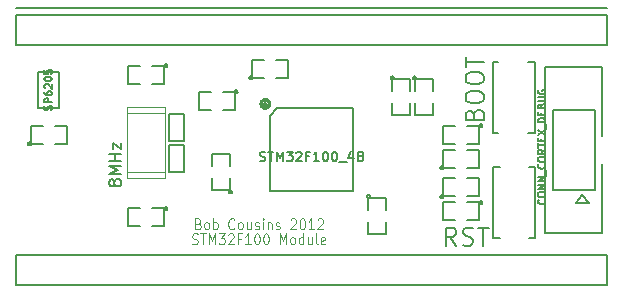
<source format=gto>
G04 (created by PCBNEW-RS274X (2012-01-19 BZR 3256)-stable) date 24/08/2012 17:37:12*
G01*
G70*
G90*
%MOIN*%
G04 Gerber Fmt 3.4, Leading zero omitted, Abs format*
%FSLAX34Y34*%
G04 APERTURE LIST*
%ADD10C,0.006000*%
%ADD11C,0.008000*%
%ADD12C,0.003900*%
%ADD13C,0.002000*%
%ADD14C,0.005000*%
G04 APERTURE END LIST*
G54D10*
G54D11*
X00000Y09213D02*
X19686Y09213D01*
X00000Y09000D02*
X00000Y08000D01*
X19686Y09000D02*
X00001Y09000D01*
X19686Y08000D02*
X19686Y09000D01*
X00000Y08000D02*
X19686Y08000D01*
X19686Y00000D02*
X00000Y00000D01*
X19686Y01000D02*
X19686Y00000D01*
X00001Y01000D02*
X19686Y01000D01*
X00000Y00000D02*
X00000Y01000D01*
G54D12*
X06076Y02042D02*
X06121Y02025D01*
X06136Y02008D01*
X06151Y01975D01*
X06151Y01924D01*
X06136Y01890D01*
X06121Y01874D01*
X06091Y01857D01*
X05971Y01857D01*
X05971Y02211D01*
X06076Y02211D01*
X06106Y02194D01*
X06121Y02177D01*
X06136Y02143D01*
X06136Y02110D01*
X06121Y02076D01*
X06106Y02059D01*
X06076Y02042D01*
X05971Y02042D01*
X06331Y01857D02*
X06301Y01874D01*
X06286Y01890D01*
X06271Y01924D01*
X06271Y02025D01*
X06286Y02059D01*
X06301Y02076D01*
X06331Y02093D01*
X06376Y02093D01*
X06406Y02076D01*
X06421Y02059D01*
X06436Y02025D01*
X06436Y01924D01*
X06421Y01890D01*
X06406Y01874D01*
X06376Y01857D01*
X06331Y01857D01*
X06571Y01857D02*
X06571Y02211D01*
X06571Y02076D02*
X06601Y02093D01*
X06661Y02093D01*
X06691Y02076D01*
X06706Y02059D01*
X06721Y02025D01*
X06721Y01924D01*
X06706Y01890D01*
X06691Y01874D01*
X06661Y01857D01*
X06601Y01857D01*
X06571Y01874D01*
X07276Y01890D02*
X07261Y01874D01*
X07216Y01857D01*
X07186Y01857D01*
X07141Y01874D01*
X07111Y01907D01*
X07096Y01941D01*
X07081Y02008D01*
X07081Y02059D01*
X07096Y02126D01*
X07111Y02160D01*
X07141Y02194D01*
X07186Y02211D01*
X07216Y02211D01*
X07261Y02194D01*
X07276Y02177D01*
X07456Y01857D02*
X07426Y01874D01*
X07411Y01890D01*
X07396Y01924D01*
X07396Y02025D01*
X07411Y02059D01*
X07426Y02076D01*
X07456Y02093D01*
X07501Y02093D01*
X07531Y02076D01*
X07546Y02059D01*
X07561Y02025D01*
X07561Y01924D01*
X07546Y01890D01*
X07531Y01874D01*
X07501Y01857D01*
X07456Y01857D01*
X07831Y02093D02*
X07831Y01857D01*
X07696Y02093D02*
X07696Y01907D01*
X07711Y01874D01*
X07741Y01857D01*
X07786Y01857D01*
X07816Y01874D01*
X07831Y01890D01*
X07966Y01874D02*
X07996Y01857D01*
X08056Y01857D01*
X08086Y01874D01*
X08101Y01907D01*
X08101Y01924D01*
X08086Y01958D01*
X08056Y01975D01*
X08011Y01975D01*
X07981Y01992D01*
X07966Y02025D01*
X07966Y02042D01*
X07981Y02076D01*
X08011Y02093D01*
X08056Y02093D01*
X08086Y02076D01*
X08236Y01857D02*
X08236Y02093D01*
X08236Y02211D02*
X08221Y02194D01*
X08236Y02177D01*
X08251Y02194D01*
X08236Y02211D01*
X08236Y02177D01*
X08386Y02093D02*
X08386Y01857D01*
X08386Y02059D02*
X08401Y02076D01*
X08431Y02093D01*
X08476Y02093D01*
X08506Y02076D01*
X08521Y02042D01*
X08521Y01857D01*
X08656Y01874D02*
X08686Y01857D01*
X08746Y01857D01*
X08776Y01874D01*
X08791Y01907D01*
X08791Y01924D01*
X08776Y01958D01*
X08746Y01975D01*
X08701Y01975D01*
X08671Y01992D01*
X08656Y02025D01*
X08656Y02042D01*
X08671Y02076D01*
X08701Y02093D01*
X08746Y02093D01*
X08776Y02076D01*
X09151Y02177D02*
X09166Y02194D01*
X09196Y02211D01*
X09271Y02211D01*
X09301Y02194D01*
X09316Y02177D01*
X09331Y02143D01*
X09331Y02110D01*
X09316Y02059D01*
X09136Y01857D01*
X09331Y01857D01*
X09526Y02211D02*
X09556Y02211D01*
X09586Y02194D01*
X09601Y02177D01*
X09616Y02143D01*
X09631Y02076D01*
X09631Y01992D01*
X09616Y01924D01*
X09601Y01890D01*
X09586Y01874D01*
X09556Y01857D01*
X09526Y01857D01*
X09496Y01874D01*
X09481Y01890D01*
X09466Y01924D01*
X09451Y01992D01*
X09451Y02076D01*
X09466Y02143D01*
X09481Y02177D01*
X09496Y02194D01*
X09526Y02211D01*
X09931Y01857D02*
X09751Y01857D01*
X09841Y01857D02*
X09841Y02211D01*
X09811Y02160D01*
X09781Y02126D01*
X09751Y02110D01*
X10051Y02177D02*
X10066Y02194D01*
X10096Y02211D01*
X10171Y02211D01*
X10201Y02194D01*
X10216Y02177D01*
X10231Y02143D01*
X10231Y02110D01*
X10216Y02059D01*
X10036Y01857D01*
X10231Y01857D01*
X05873Y01374D02*
X05918Y01357D01*
X05993Y01357D01*
X06023Y01374D01*
X06038Y01390D01*
X06053Y01424D01*
X06053Y01458D01*
X06038Y01492D01*
X06023Y01508D01*
X05993Y01525D01*
X05933Y01542D01*
X05903Y01559D01*
X05888Y01576D01*
X05873Y01610D01*
X05873Y01643D01*
X05888Y01677D01*
X05903Y01694D01*
X05933Y01711D01*
X06008Y01711D01*
X06053Y01694D01*
X06143Y01711D02*
X06323Y01711D01*
X06233Y01357D02*
X06233Y01711D01*
X06428Y01357D02*
X06428Y01711D01*
X06533Y01458D01*
X06638Y01711D01*
X06638Y01357D01*
X06758Y01711D02*
X06953Y01711D01*
X06848Y01576D01*
X06893Y01576D01*
X06923Y01559D01*
X06938Y01542D01*
X06953Y01508D01*
X06953Y01424D01*
X06938Y01390D01*
X06923Y01374D01*
X06893Y01357D01*
X06803Y01357D01*
X06773Y01374D01*
X06758Y01390D01*
X07073Y01677D02*
X07088Y01694D01*
X07118Y01711D01*
X07193Y01711D01*
X07223Y01694D01*
X07238Y01677D01*
X07253Y01643D01*
X07253Y01610D01*
X07238Y01559D01*
X07058Y01357D01*
X07253Y01357D01*
X07493Y01542D02*
X07388Y01542D01*
X07388Y01357D02*
X07388Y01711D01*
X07538Y01711D01*
X07823Y01357D02*
X07643Y01357D01*
X07733Y01357D02*
X07733Y01711D01*
X07703Y01660D01*
X07673Y01626D01*
X07643Y01610D01*
X08018Y01711D02*
X08048Y01711D01*
X08078Y01694D01*
X08093Y01677D01*
X08108Y01643D01*
X08123Y01576D01*
X08123Y01492D01*
X08108Y01424D01*
X08093Y01390D01*
X08078Y01374D01*
X08048Y01357D01*
X08018Y01357D01*
X07988Y01374D01*
X07973Y01390D01*
X07958Y01424D01*
X07943Y01492D01*
X07943Y01576D01*
X07958Y01643D01*
X07973Y01677D01*
X07988Y01694D01*
X08018Y01711D01*
X08318Y01711D02*
X08348Y01711D01*
X08378Y01694D01*
X08393Y01677D01*
X08408Y01643D01*
X08423Y01576D01*
X08423Y01492D01*
X08408Y01424D01*
X08393Y01390D01*
X08378Y01374D01*
X08348Y01357D01*
X08318Y01357D01*
X08288Y01374D01*
X08273Y01390D01*
X08258Y01424D01*
X08243Y01492D01*
X08243Y01576D01*
X08258Y01643D01*
X08273Y01677D01*
X08288Y01694D01*
X08318Y01711D01*
X08798Y01357D02*
X08798Y01711D01*
X08903Y01458D01*
X09008Y01711D01*
X09008Y01357D01*
X09203Y01357D02*
X09173Y01374D01*
X09158Y01390D01*
X09143Y01424D01*
X09143Y01525D01*
X09158Y01559D01*
X09173Y01576D01*
X09203Y01593D01*
X09248Y01593D01*
X09278Y01576D01*
X09293Y01559D01*
X09308Y01525D01*
X09308Y01424D01*
X09293Y01390D01*
X09278Y01374D01*
X09248Y01357D01*
X09203Y01357D01*
X09578Y01357D02*
X09578Y01711D01*
X09578Y01374D02*
X09548Y01357D01*
X09488Y01357D01*
X09458Y01374D01*
X09443Y01390D01*
X09428Y01424D01*
X09428Y01525D01*
X09443Y01559D01*
X09458Y01576D01*
X09488Y01593D01*
X09548Y01593D01*
X09578Y01576D01*
X09863Y01593D02*
X09863Y01357D01*
X09728Y01593D02*
X09728Y01407D01*
X09743Y01374D01*
X09773Y01357D01*
X09818Y01357D01*
X09848Y01374D01*
X09863Y01390D01*
X10058Y01357D02*
X10028Y01374D01*
X10013Y01407D01*
X10013Y01711D01*
X10298Y01374D02*
X10268Y01357D01*
X10208Y01357D01*
X10178Y01374D01*
X10163Y01407D01*
X10163Y01542D01*
X10178Y01576D01*
X10208Y01593D01*
X10268Y01593D01*
X10298Y01576D01*
X10313Y01542D01*
X10313Y01508D01*
X10163Y01475D01*
G54D13*
X04973Y03766D02*
X04973Y03569D01*
X04973Y03569D02*
X03713Y03569D01*
X03713Y03569D02*
X03713Y03766D01*
X03713Y05734D02*
X03713Y05931D01*
X03713Y05931D02*
X04973Y05931D01*
X04973Y05931D02*
X04973Y05734D01*
X03951Y05735D02*
X04738Y05735D01*
X03951Y05734D02*
X04738Y05734D01*
X03951Y05734D02*
X04738Y05734D01*
X03951Y05734D02*
X04738Y05734D01*
X04737Y03766D02*
X03950Y03766D01*
X04737Y03766D02*
X03950Y03766D01*
X04737Y03766D02*
X03950Y03766D01*
X04737Y03766D02*
X03950Y03766D01*
X04973Y05734D02*
X04973Y03766D01*
X04973Y03766D02*
X03713Y03766D01*
X03713Y03766D02*
X03713Y05734D01*
X03713Y05734D02*
X04973Y05734D01*
G54D11*
X17065Y05069D02*
X17302Y05069D01*
X17302Y05069D02*
X17302Y07431D01*
X17302Y07431D02*
X17065Y07431D01*
X15884Y05069D02*
X16081Y05069D01*
X15884Y05069D02*
X15884Y07431D01*
X15884Y07431D02*
X16081Y07431D01*
X16121Y03931D02*
X15884Y03931D01*
X15884Y03931D02*
X15884Y01569D01*
X15884Y01569D02*
X16121Y01569D01*
X17302Y03931D02*
X17105Y03931D01*
X17302Y03931D02*
X17302Y01569D01*
X17302Y01569D02*
X17105Y01569D01*
G54D14*
X00743Y07100D02*
X01443Y07100D01*
X01443Y07100D02*
X01443Y05900D01*
X01443Y05900D02*
X00743Y05900D01*
X00743Y05900D02*
X00743Y07100D01*
X00493Y04700D02*
X00492Y04691D01*
X00489Y04681D01*
X00484Y04673D01*
X00478Y04665D01*
X00470Y04659D01*
X00462Y04654D01*
X00453Y04652D01*
X00443Y04651D01*
X00434Y04651D01*
X00425Y04654D01*
X00416Y04659D01*
X00409Y04665D01*
X00402Y04672D01*
X00398Y04681D01*
X00395Y04690D01*
X00394Y04700D01*
X00394Y04709D01*
X00397Y04718D01*
X00401Y04727D01*
X00408Y04734D01*
X00415Y04741D01*
X00423Y04745D01*
X00433Y04748D01*
X00442Y04749D01*
X00451Y04749D01*
X00461Y04746D01*
X00469Y04742D01*
X00477Y04736D01*
X00483Y04728D01*
X00488Y04720D01*
X00491Y04711D01*
X00492Y04701D01*
X00493Y04700D01*
X00893Y04700D02*
X00493Y04700D01*
X00493Y04700D02*
X00493Y05300D01*
X00493Y05300D02*
X00893Y05300D01*
X01293Y05300D02*
X01693Y05300D01*
X01693Y05300D02*
X01693Y04700D01*
X01693Y04700D02*
X01293Y04700D01*
X12593Y06900D02*
X12592Y06891D01*
X12589Y06881D01*
X12584Y06873D01*
X12578Y06865D01*
X12570Y06859D01*
X12562Y06854D01*
X12553Y06852D01*
X12543Y06851D01*
X12534Y06851D01*
X12525Y06854D01*
X12516Y06859D01*
X12509Y06865D01*
X12502Y06872D01*
X12498Y06881D01*
X12495Y06890D01*
X12494Y06900D01*
X12494Y06909D01*
X12497Y06918D01*
X12501Y06927D01*
X12508Y06934D01*
X12515Y06941D01*
X12523Y06945D01*
X12533Y06948D01*
X12542Y06949D01*
X12551Y06949D01*
X12561Y06946D01*
X12569Y06942D01*
X12577Y06936D01*
X12583Y06928D01*
X12588Y06920D01*
X12591Y06911D01*
X12592Y06901D01*
X12593Y06900D01*
X12543Y06450D02*
X12543Y06850D01*
X12543Y06850D02*
X13143Y06850D01*
X13143Y06850D02*
X13143Y06450D01*
X13143Y06050D02*
X13143Y05650D01*
X13143Y05650D02*
X12543Y05650D01*
X12543Y05650D02*
X12543Y06050D01*
X13333Y06900D02*
X13332Y06891D01*
X13329Y06881D01*
X13324Y06873D01*
X13318Y06865D01*
X13310Y06859D01*
X13302Y06854D01*
X13293Y06852D01*
X13283Y06851D01*
X13274Y06851D01*
X13265Y06854D01*
X13256Y06859D01*
X13249Y06865D01*
X13242Y06872D01*
X13238Y06881D01*
X13235Y06890D01*
X13234Y06900D01*
X13234Y06909D01*
X13237Y06918D01*
X13241Y06927D01*
X13248Y06934D01*
X13255Y06941D01*
X13263Y06945D01*
X13273Y06948D01*
X13282Y06949D01*
X13291Y06949D01*
X13301Y06946D01*
X13309Y06942D01*
X13317Y06936D01*
X13323Y06928D01*
X13328Y06920D01*
X13331Y06911D01*
X13332Y06901D01*
X13333Y06900D01*
X13283Y06450D02*
X13283Y06850D01*
X13283Y06850D02*
X13883Y06850D01*
X13883Y06850D02*
X13883Y06450D01*
X13883Y06050D02*
X13883Y05650D01*
X13883Y05650D02*
X13283Y05650D01*
X13283Y05650D02*
X13283Y06050D01*
X11793Y02950D02*
X11792Y02941D01*
X11789Y02931D01*
X11784Y02923D01*
X11778Y02915D01*
X11770Y02909D01*
X11762Y02904D01*
X11753Y02902D01*
X11743Y02901D01*
X11734Y02901D01*
X11725Y02904D01*
X11716Y02909D01*
X11709Y02915D01*
X11702Y02922D01*
X11698Y02931D01*
X11695Y02940D01*
X11694Y02950D01*
X11694Y02959D01*
X11697Y02968D01*
X11701Y02977D01*
X11708Y02984D01*
X11715Y02991D01*
X11723Y02995D01*
X11733Y02998D01*
X11742Y02999D01*
X11751Y02999D01*
X11761Y02996D01*
X11769Y02992D01*
X11777Y02986D01*
X11783Y02978D01*
X11788Y02970D01*
X11791Y02961D01*
X11792Y02951D01*
X11793Y02950D01*
X11743Y02500D02*
X11743Y02900D01*
X11743Y02900D02*
X12343Y02900D01*
X12343Y02900D02*
X12343Y02500D01*
X12343Y02100D02*
X12343Y01700D01*
X12343Y01700D02*
X11743Y01700D01*
X11743Y01700D02*
X11743Y02100D01*
X07193Y03100D02*
X07192Y03091D01*
X07189Y03081D01*
X07184Y03073D01*
X07178Y03065D01*
X07170Y03059D01*
X07162Y03054D01*
X07153Y03052D01*
X07143Y03051D01*
X07134Y03051D01*
X07125Y03054D01*
X07116Y03059D01*
X07109Y03065D01*
X07102Y03072D01*
X07098Y03081D01*
X07095Y03090D01*
X07094Y03100D01*
X07094Y03109D01*
X07097Y03118D01*
X07101Y03127D01*
X07108Y03134D01*
X07115Y03141D01*
X07123Y03145D01*
X07133Y03148D01*
X07142Y03149D01*
X07151Y03149D01*
X07161Y03146D01*
X07169Y03142D01*
X07177Y03136D01*
X07183Y03128D01*
X07188Y03120D01*
X07191Y03111D01*
X07192Y03101D01*
X07193Y03100D01*
X07143Y03550D02*
X07143Y03150D01*
X07143Y03150D02*
X06543Y03150D01*
X06543Y03150D02*
X06543Y03550D01*
X06543Y03950D02*
X06543Y04350D01*
X06543Y04350D02*
X07143Y04350D01*
X07143Y04350D02*
X07143Y03950D01*
X07383Y06440D02*
X07382Y06431D01*
X07379Y06421D01*
X07374Y06413D01*
X07368Y06405D01*
X07360Y06399D01*
X07352Y06394D01*
X07343Y06392D01*
X07333Y06391D01*
X07324Y06391D01*
X07315Y06394D01*
X07306Y06399D01*
X07299Y06405D01*
X07292Y06412D01*
X07288Y06421D01*
X07285Y06430D01*
X07284Y06440D01*
X07284Y06449D01*
X07287Y06458D01*
X07291Y06467D01*
X07298Y06474D01*
X07305Y06481D01*
X07313Y06485D01*
X07323Y06488D01*
X07332Y06489D01*
X07341Y06489D01*
X07351Y06486D01*
X07359Y06482D01*
X07367Y06476D01*
X07373Y06468D01*
X07378Y06460D01*
X07381Y06451D01*
X07382Y06441D01*
X07383Y06440D01*
X06883Y06440D02*
X07283Y06440D01*
X07283Y06440D02*
X07283Y05840D01*
X07283Y05840D02*
X06883Y05840D01*
X06483Y05840D02*
X06083Y05840D01*
X06083Y05840D02*
X06083Y06440D01*
X06083Y06440D02*
X06483Y06440D01*
X07873Y06910D02*
X07872Y06901D01*
X07869Y06891D01*
X07864Y06883D01*
X07858Y06875D01*
X07850Y06869D01*
X07842Y06864D01*
X07833Y06862D01*
X07823Y06861D01*
X07814Y06861D01*
X07805Y06864D01*
X07796Y06869D01*
X07789Y06875D01*
X07782Y06882D01*
X07778Y06891D01*
X07775Y06900D01*
X07774Y06910D01*
X07774Y06919D01*
X07777Y06928D01*
X07781Y06937D01*
X07788Y06944D01*
X07795Y06951D01*
X07803Y06955D01*
X07813Y06958D01*
X07822Y06959D01*
X07831Y06959D01*
X07841Y06956D01*
X07849Y06952D01*
X07857Y06946D01*
X07863Y06938D01*
X07868Y06930D01*
X07871Y06921D01*
X07872Y06911D01*
X07873Y06910D01*
X08273Y06910D02*
X07873Y06910D01*
X07873Y06910D02*
X07873Y07510D01*
X07873Y07510D02*
X08273Y07510D01*
X08673Y07510D02*
X09073Y07510D01*
X09073Y07510D02*
X09073Y06910D01*
X09073Y06910D02*
X08673Y06910D01*
X14243Y02950D02*
X14242Y02941D01*
X14239Y02931D01*
X14234Y02923D01*
X14228Y02915D01*
X14220Y02909D01*
X14212Y02904D01*
X14203Y02902D01*
X14193Y02901D01*
X14184Y02901D01*
X14175Y02904D01*
X14166Y02909D01*
X14159Y02915D01*
X14152Y02922D01*
X14148Y02931D01*
X14145Y02940D01*
X14144Y02950D01*
X14144Y02959D01*
X14147Y02968D01*
X14151Y02977D01*
X14158Y02984D01*
X14165Y02991D01*
X14173Y02995D01*
X14183Y02998D01*
X14192Y02999D01*
X14201Y02999D01*
X14211Y02996D01*
X14219Y02992D01*
X14227Y02986D01*
X14233Y02978D01*
X14238Y02970D01*
X14241Y02961D01*
X14242Y02951D01*
X14243Y02950D01*
X14643Y02950D02*
X14243Y02950D01*
X14243Y02950D02*
X14243Y03550D01*
X14243Y03550D02*
X14643Y03550D01*
X15043Y03550D02*
X15443Y03550D01*
X15443Y03550D02*
X15443Y02950D01*
X15443Y02950D02*
X15043Y02950D01*
X15543Y02750D02*
X15542Y02741D01*
X15539Y02731D01*
X15534Y02723D01*
X15528Y02715D01*
X15520Y02709D01*
X15512Y02704D01*
X15503Y02702D01*
X15493Y02701D01*
X15484Y02701D01*
X15475Y02704D01*
X15466Y02709D01*
X15459Y02715D01*
X15452Y02722D01*
X15448Y02731D01*
X15445Y02740D01*
X15444Y02750D01*
X15444Y02759D01*
X15447Y02768D01*
X15451Y02777D01*
X15458Y02784D01*
X15465Y02791D01*
X15473Y02795D01*
X15483Y02798D01*
X15492Y02799D01*
X15501Y02799D01*
X15511Y02796D01*
X15519Y02792D01*
X15527Y02786D01*
X15533Y02778D01*
X15538Y02770D01*
X15541Y02761D01*
X15542Y02751D01*
X15543Y02750D01*
X15043Y02750D02*
X15443Y02750D01*
X15443Y02750D02*
X15443Y02150D01*
X15443Y02150D02*
X15043Y02150D01*
X14643Y02150D02*
X14243Y02150D01*
X14243Y02150D02*
X14243Y02750D01*
X14243Y02750D02*
X14643Y02750D01*
X05043Y07300D02*
X05042Y07291D01*
X05039Y07281D01*
X05034Y07273D01*
X05028Y07265D01*
X05020Y07259D01*
X05012Y07254D01*
X05003Y07252D01*
X04993Y07251D01*
X04984Y07251D01*
X04975Y07254D01*
X04966Y07259D01*
X04959Y07265D01*
X04952Y07272D01*
X04948Y07281D01*
X04945Y07290D01*
X04944Y07300D01*
X04944Y07309D01*
X04947Y07318D01*
X04951Y07327D01*
X04958Y07334D01*
X04965Y07341D01*
X04973Y07345D01*
X04983Y07348D01*
X04992Y07349D01*
X05001Y07349D01*
X05011Y07346D01*
X05019Y07342D01*
X05027Y07336D01*
X05033Y07328D01*
X05038Y07320D01*
X05041Y07311D01*
X05042Y07301D01*
X05043Y07300D01*
X04543Y07300D02*
X04943Y07300D01*
X04943Y07300D02*
X04943Y06700D01*
X04943Y06700D02*
X04543Y06700D01*
X04143Y06700D02*
X03743Y06700D01*
X03743Y06700D02*
X03743Y07300D01*
X03743Y07300D02*
X04143Y07300D01*
X05043Y02550D02*
X05042Y02541D01*
X05039Y02531D01*
X05034Y02523D01*
X05028Y02515D01*
X05020Y02509D01*
X05012Y02504D01*
X05003Y02502D01*
X04993Y02501D01*
X04984Y02501D01*
X04975Y02504D01*
X04966Y02509D01*
X04959Y02515D01*
X04952Y02522D01*
X04948Y02531D01*
X04945Y02540D01*
X04944Y02550D01*
X04944Y02559D01*
X04947Y02568D01*
X04951Y02577D01*
X04958Y02584D01*
X04965Y02591D01*
X04973Y02595D01*
X04983Y02598D01*
X04992Y02599D01*
X05001Y02599D01*
X05011Y02596D01*
X05019Y02592D01*
X05027Y02586D01*
X05033Y02578D01*
X05038Y02570D01*
X05041Y02561D01*
X05042Y02551D01*
X05043Y02550D01*
X04543Y02550D02*
X04943Y02550D01*
X04943Y02550D02*
X04943Y01950D01*
X04943Y01950D02*
X04543Y01950D01*
X04143Y01950D02*
X03743Y01950D01*
X03743Y01950D02*
X03743Y02550D01*
X03743Y02550D02*
X04143Y02550D01*
X05093Y04800D02*
X05093Y05700D01*
X05093Y05700D02*
X05593Y05700D01*
X05593Y05700D02*
X05593Y04800D01*
X05593Y04800D02*
X05093Y04800D01*
X05593Y04650D02*
X05593Y03750D01*
X05593Y03750D02*
X05093Y03750D01*
X05093Y03750D02*
X05093Y04650D01*
X05093Y04650D02*
X05593Y04650D01*
G54D11*
X08470Y06035D02*
X08466Y06004D01*
X08457Y05974D01*
X08442Y05946D01*
X08422Y05921D01*
X08398Y05901D01*
X08370Y05886D01*
X08340Y05877D01*
X08309Y05874D01*
X08278Y05876D01*
X08248Y05885D01*
X08220Y05900D01*
X08195Y05920D01*
X08175Y05944D01*
X08160Y05972D01*
X08150Y06002D01*
X08147Y06033D01*
X08149Y06064D01*
X08158Y06094D01*
X08172Y06122D01*
X08192Y06147D01*
X08216Y06168D01*
X08244Y06183D01*
X08274Y06193D01*
X08305Y06196D01*
X08336Y06194D01*
X08366Y06186D01*
X08394Y06171D01*
X08419Y06152D01*
X08440Y06128D01*
X08455Y06100D01*
X08465Y06070D01*
X08469Y06039D01*
X08470Y06035D01*
X08347Y06035D02*
X08346Y06028D01*
X08344Y06021D01*
X08340Y06014D01*
X08335Y06008D01*
X08329Y06003D01*
X08323Y06000D01*
X08315Y05997D01*
X08308Y05997D01*
X08301Y05997D01*
X08294Y05999D01*
X08287Y06003D01*
X08281Y06008D01*
X08276Y06013D01*
X08273Y06020D01*
X08270Y06027D01*
X08270Y06035D01*
X08270Y06042D01*
X08272Y06049D01*
X08276Y06056D01*
X08280Y06062D01*
X08286Y06067D01*
X08293Y06070D01*
X08300Y06073D01*
X08308Y06073D01*
X08314Y06073D01*
X08322Y06071D01*
X08328Y06067D01*
X08334Y06063D01*
X08339Y06057D01*
X08343Y06050D01*
X08346Y06043D01*
X08346Y06036D01*
X08347Y06035D01*
X08419Y06035D02*
X08416Y06014D01*
X08410Y05993D01*
X08400Y05974D01*
X08386Y05957D01*
X08370Y05943D01*
X08351Y05933D01*
X08330Y05927D01*
X08308Y05925D01*
X08288Y05926D01*
X08267Y05933D01*
X08248Y05943D01*
X08231Y05956D01*
X08217Y05973D01*
X08206Y05992D01*
X08200Y06012D01*
X08198Y06034D01*
X08199Y06055D01*
X08205Y06075D01*
X08215Y06095D01*
X08229Y06112D01*
X08245Y06126D01*
X08264Y06136D01*
X08285Y06143D01*
X08306Y06145D01*
X08327Y06144D01*
X08348Y06138D01*
X08367Y06128D01*
X08384Y06115D01*
X08398Y06098D01*
X08409Y06080D01*
X08416Y06059D01*
X08418Y06038D01*
X08419Y06035D01*
X08701Y05878D02*
X11221Y05878D01*
X11221Y05878D02*
X11221Y03122D01*
X11221Y03122D02*
X08465Y03122D01*
X08465Y03122D02*
X08465Y05642D01*
X08701Y05878D02*
X08465Y05642D01*
G54D14*
X15543Y05300D02*
X15542Y05291D01*
X15539Y05281D01*
X15534Y05273D01*
X15528Y05265D01*
X15520Y05259D01*
X15512Y05254D01*
X15503Y05252D01*
X15493Y05251D01*
X15484Y05251D01*
X15475Y05254D01*
X15466Y05259D01*
X15459Y05265D01*
X15452Y05272D01*
X15448Y05281D01*
X15445Y05290D01*
X15444Y05300D01*
X15444Y05309D01*
X15447Y05318D01*
X15451Y05327D01*
X15458Y05334D01*
X15465Y05341D01*
X15473Y05345D01*
X15483Y05348D01*
X15492Y05349D01*
X15501Y05349D01*
X15511Y05346D01*
X15519Y05342D01*
X15527Y05336D01*
X15533Y05328D01*
X15538Y05320D01*
X15541Y05311D01*
X15542Y05301D01*
X15543Y05300D01*
X15043Y05300D02*
X15443Y05300D01*
X15443Y05300D02*
X15443Y04700D01*
X15443Y04700D02*
X15043Y04700D01*
X14643Y04700D02*
X14243Y04700D01*
X14243Y04700D02*
X14243Y05300D01*
X14243Y05300D02*
X14643Y05300D01*
X14243Y03900D02*
X14242Y03891D01*
X14239Y03881D01*
X14234Y03873D01*
X14228Y03865D01*
X14220Y03859D01*
X14212Y03854D01*
X14203Y03852D01*
X14193Y03851D01*
X14184Y03851D01*
X14175Y03854D01*
X14166Y03859D01*
X14159Y03865D01*
X14152Y03872D01*
X14148Y03881D01*
X14145Y03890D01*
X14144Y03900D01*
X14144Y03909D01*
X14147Y03918D01*
X14151Y03927D01*
X14158Y03934D01*
X14165Y03941D01*
X14173Y03945D01*
X14183Y03948D01*
X14192Y03949D01*
X14201Y03949D01*
X14211Y03946D01*
X14219Y03942D01*
X14227Y03936D01*
X14233Y03928D01*
X14238Y03920D01*
X14241Y03911D01*
X14242Y03901D01*
X14243Y03900D01*
X14643Y03900D02*
X14243Y03900D01*
X14243Y03900D02*
X14243Y04500D01*
X14243Y04500D02*
X14643Y04500D01*
X15043Y04500D02*
X15443Y04500D01*
X15443Y04500D02*
X15443Y03900D01*
X15443Y03900D02*
X15043Y03900D01*
G54D11*
X18869Y03004D02*
X19105Y02728D01*
X19105Y02728D02*
X18672Y02728D01*
X18672Y02728D02*
X18869Y03004D01*
X17893Y05830D02*
X17893Y03170D01*
X19293Y05830D02*
X19293Y03170D01*
X17893Y05830D02*
X19293Y05830D01*
X19293Y03170D02*
X17893Y03170D01*
X19538Y04028D02*
X19538Y03673D01*
X19538Y04972D02*
X19538Y05287D01*
X19538Y03713D02*
X19538Y01744D01*
X19538Y07256D02*
X19538Y05287D01*
X17648Y01744D02*
X17648Y07256D01*
X19538Y07256D02*
X17648Y07256D01*
X19538Y01744D02*
X17648Y01744D01*
X03276Y03362D02*
X03257Y03324D01*
X03238Y03305D01*
X03200Y03286D01*
X03181Y03286D01*
X03143Y03305D01*
X03124Y03324D01*
X03105Y03362D01*
X03105Y03439D01*
X03124Y03477D01*
X03143Y03496D01*
X03181Y03515D01*
X03200Y03515D01*
X03238Y03496D01*
X03257Y03477D01*
X03276Y03439D01*
X03276Y03362D01*
X03295Y03324D01*
X03314Y03305D01*
X03353Y03286D01*
X03429Y03286D01*
X03467Y03305D01*
X03486Y03324D01*
X03505Y03362D01*
X03505Y03439D01*
X03486Y03477D01*
X03467Y03496D01*
X03429Y03515D01*
X03353Y03515D01*
X03314Y03496D01*
X03295Y03477D01*
X03276Y03439D01*
X03505Y03686D02*
X03105Y03686D01*
X03391Y03820D01*
X03105Y03953D01*
X03505Y03953D01*
X03505Y04143D02*
X03105Y04143D01*
X03295Y04143D02*
X03295Y04372D01*
X03505Y04372D02*
X03105Y04372D01*
X03238Y04524D02*
X03238Y04734D01*
X03505Y04524D01*
X03505Y04734D01*
X15272Y05686D02*
X15300Y05772D01*
X15329Y05800D01*
X15386Y05829D01*
X15472Y05829D01*
X15529Y05800D01*
X15557Y05772D01*
X15586Y05714D01*
X15586Y05486D01*
X14986Y05486D01*
X14986Y05686D01*
X15014Y05743D01*
X15043Y05772D01*
X15100Y05800D01*
X15157Y05800D01*
X15214Y05772D01*
X15243Y05743D01*
X15272Y05686D01*
X15272Y05486D01*
X14986Y06200D02*
X14986Y06314D01*
X15014Y06372D01*
X15072Y06429D01*
X15186Y06457D01*
X15386Y06457D01*
X15500Y06429D01*
X15557Y06372D01*
X15586Y06314D01*
X15586Y06200D01*
X15557Y06143D01*
X15500Y06086D01*
X15386Y06057D01*
X15186Y06057D01*
X15072Y06086D01*
X15014Y06143D01*
X14986Y06200D01*
X14986Y06829D02*
X14986Y06943D01*
X15014Y07001D01*
X15072Y07058D01*
X15186Y07086D01*
X15386Y07086D01*
X15500Y07058D01*
X15557Y07001D01*
X15586Y06943D01*
X15586Y06829D01*
X15557Y06772D01*
X15500Y06715D01*
X15386Y06686D01*
X15186Y06686D01*
X15072Y06715D01*
X15014Y06772D01*
X14986Y06829D01*
X14986Y07258D02*
X14986Y07601D01*
X15586Y07430D02*
X14986Y07430D01*
X14665Y01307D02*
X14465Y01593D01*
X14322Y01307D02*
X14322Y01907D01*
X14550Y01907D01*
X14608Y01879D01*
X14636Y01850D01*
X14665Y01793D01*
X14665Y01707D01*
X14636Y01650D01*
X14608Y01621D01*
X14550Y01593D01*
X14322Y01593D01*
X14893Y01336D02*
X14979Y01307D01*
X15122Y01307D01*
X15179Y01336D01*
X15208Y01364D01*
X15236Y01421D01*
X15236Y01479D01*
X15208Y01536D01*
X15179Y01564D01*
X15122Y01593D01*
X15008Y01621D01*
X14950Y01650D01*
X14922Y01679D01*
X14893Y01736D01*
X14893Y01793D01*
X14922Y01850D01*
X14950Y01879D01*
X15008Y01907D01*
X15150Y01907D01*
X15236Y01879D01*
X15407Y01907D02*
X15750Y01907D01*
X15579Y01307D02*
X15579Y01907D01*
G54D14*
X01182Y05828D02*
X01194Y05863D01*
X01194Y05923D01*
X01182Y05947D01*
X01170Y05959D01*
X01147Y05970D01*
X01123Y05970D01*
X01099Y05959D01*
X01087Y05947D01*
X01075Y05923D01*
X01063Y05875D01*
X01051Y05851D01*
X01039Y05840D01*
X01016Y05828D01*
X00992Y05828D01*
X00968Y05840D01*
X00956Y05851D01*
X00944Y05875D01*
X00944Y05935D01*
X00956Y05970D01*
X01194Y06078D02*
X00944Y06078D01*
X00944Y06173D01*
X00956Y06197D01*
X00968Y06208D01*
X00992Y06220D01*
X01028Y06220D01*
X01051Y06208D01*
X01063Y06197D01*
X01075Y06173D01*
X01075Y06078D01*
X00944Y06435D02*
X00944Y06387D01*
X00956Y06363D01*
X00968Y06351D01*
X01004Y06328D01*
X01051Y06316D01*
X01147Y06316D01*
X01170Y06328D01*
X01182Y06339D01*
X01194Y06363D01*
X01194Y06411D01*
X01182Y06435D01*
X01170Y06447D01*
X01147Y06458D01*
X01087Y06458D01*
X01063Y06447D01*
X01051Y06435D01*
X01039Y06411D01*
X01039Y06363D01*
X01051Y06339D01*
X01063Y06328D01*
X01087Y06316D01*
X00968Y06554D02*
X00956Y06566D01*
X00944Y06589D01*
X00944Y06649D01*
X00956Y06673D01*
X00968Y06685D01*
X00992Y06696D01*
X01016Y06696D01*
X01051Y06685D01*
X01194Y06542D01*
X01194Y06696D01*
X00944Y06851D02*
X00944Y06875D01*
X00956Y06899D01*
X00968Y06911D01*
X00992Y06923D01*
X01039Y06934D01*
X01099Y06934D01*
X01147Y06923D01*
X01170Y06911D01*
X01182Y06899D01*
X01194Y06875D01*
X01194Y06851D01*
X01182Y06827D01*
X01170Y06815D01*
X01147Y06804D01*
X01099Y06792D01*
X01039Y06792D01*
X00992Y06804D01*
X00968Y06815D01*
X00956Y06827D01*
X00944Y06851D01*
X00944Y07161D02*
X00944Y07042D01*
X01063Y07030D01*
X01051Y07042D01*
X01039Y07065D01*
X01039Y07125D01*
X01051Y07149D01*
X01063Y07161D01*
X01087Y07172D01*
X01147Y07172D01*
X01170Y07161D01*
X01182Y07149D01*
X01194Y07125D01*
X01194Y07065D01*
X01182Y07042D01*
X01170Y07030D01*
G54D11*
X08120Y04136D02*
X08166Y04120D01*
X08242Y04120D01*
X08272Y04136D01*
X08288Y04151D01*
X08303Y04181D01*
X08303Y04212D01*
X08288Y04242D01*
X08272Y04258D01*
X08242Y04273D01*
X08181Y04288D01*
X08150Y04303D01*
X08135Y04319D01*
X08120Y04349D01*
X08120Y04380D01*
X08135Y04410D01*
X08150Y04425D01*
X08181Y04440D01*
X08257Y04440D01*
X08303Y04425D01*
X08394Y04440D02*
X08577Y04440D01*
X08486Y04120D02*
X08486Y04440D01*
X08684Y04120D02*
X08684Y04440D01*
X08791Y04212D01*
X08898Y04440D01*
X08898Y04120D01*
X09020Y04440D02*
X09218Y04440D01*
X09111Y04319D01*
X09157Y04319D01*
X09187Y04303D01*
X09203Y04288D01*
X09218Y04258D01*
X09218Y04181D01*
X09203Y04151D01*
X09187Y04136D01*
X09157Y04120D01*
X09065Y04120D01*
X09035Y04136D01*
X09020Y04151D01*
X09340Y04410D02*
X09355Y04425D01*
X09386Y04440D01*
X09462Y04440D01*
X09492Y04425D01*
X09508Y04410D01*
X09523Y04380D01*
X09523Y04349D01*
X09508Y04303D01*
X09325Y04120D01*
X09523Y04120D01*
X09767Y04288D02*
X09660Y04288D01*
X09660Y04120D02*
X09660Y04440D01*
X09813Y04440D01*
X10102Y04120D02*
X09919Y04120D01*
X10010Y04120D02*
X10010Y04440D01*
X09980Y04395D01*
X09949Y04364D01*
X09919Y04349D01*
X10300Y04440D02*
X10331Y04440D01*
X10361Y04425D01*
X10376Y04410D01*
X10392Y04380D01*
X10407Y04319D01*
X10407Y04242D01*
X10392Y04181D01*
X10376Y04151D01*
X10361Y04136D01*
X10331Y04120D01*
X10300Y04120D01*
X10270Y04136D01*
X10254Y04151D01*
X10239Y04181D01*
X10224Y04242D01*
X10224Y04319D01*
X10239Y04380D01*
X10254Y04410D01*
X10270Y04425D01*
X10300Y04440D01*
X10605Y04440D02*
X10636Y04440D01*
X10666Y04425D01*
X10681Y04410D01*
X10697Y04380D01*
X10712Y04319D01*
X10712Y04242D01*
X10697Y04181D01*
X10681Y04151D01*
X10666Y04136D01*
X10636Y04120D01*
X10605Y04120D01*
X10575Y04136D01*
X10559Y04151D01*
X10544Y04181D01*
X10529Y04242D01*
X10529Y04319D01*
X10544Y04380D01*
X10559Y04410D01*
X10575Y04425D01*
X10605Y04440D01*
X10773Y04090D02*
X11017Y04090D01*
X11230Y04334D02*
X11230Y04120D01*
X11154Y04456D02*
X11078Y04227D01*
X11276Y04227D01*
X11444Y04303D02*
X11413Y04319D01*
X11398Y04334D01*
X11383Y04364D01*
X11383Y04380D01*
X11398Y04410D01*
X11413Y04425D01*
X11444Y04440D01*
X11505Y04440D01*
X11535Y04425D01*
X11551Y04410D01*
X11566Y04380D01*
X11566Y04364D01*
X11551Y04334D01*
X11535Y04319D01*
X11505Y04303D01*
X11444Y04303D01*
X11413Y04288D01*
X11398Y04273D01*
X11383Y04242D01*
X11383Y04181D01*
X11398Y04151D01*
X11413Y04136D01*
X11444Y04120D01*
X11505Y04120D01*
X11535Y04136D01*
X11551Y04151D01*
X11566Y04181D01*
X11566Y04242D01*
X11551Y04273D01*
X11535Y04288D01*
X11505Y04303D01*
G54D10*
X17617Y02841D02*
X17629Y02830D01*
X17640Y02796D01*
X17640Y02773D01*
X17629Y02738D01*
X17606Y02716D01*
X17583Y02704D01*
X17537Y02693D01*
X17503Y02693D01*
X17457Y02704D01*
X17434Y02716D01*
X17412Y02738D01*
X17400Y02773D01*
X17400Y02796D01*
X17412Y02830D01*
X17423Y02841D01*
X17400Y02990D02*
X17400Y03036D01*
X17412Y03058D01*
X17434Y03081D01*
X17480Y03093D01*
X17560Y03093D01*
X17606Y03081D01*
X17629Y03058D01*
X17640Y03036D01*
X17640Y02990D01*
X17629Y02967D01*
X17606Y02944D01*
X17560Y02933D01*
X17480Y02933D01*
X17434Y02944D01*
X17412Y02967D01*
X17400Y02990D01*
X17640Y03195D02*
X17400Y03195D01*
X17640Y03332D01*
X17400Y03332D01*
X17640Y03446D02*
X17400Y03446D01*
X17640Y03583D01*
X17400Y03583D01*
X17663Y03640D02*
X17663Y03823D01*
X17617Y04017D02*
X17629Y04006D01*
X17640Y03972D01*
X17640Y03949D01*
X17629Y03914D01*
X17606Y03892D01*
X17583Y03880D01*
X17537Y03869D01*
X17503Y03869D01*
X17457Y03880D01*
X17434Y03892D01*
X17412Y03914D01*
X17400Y03949D01*
X17400Y03972D01*
X17412Y04006D01*
X17423Y04017D01*
X17400Y04166D02*
X17400Y04212D01*
X17412Y04234D01*
X17434Y04257D01*
X17480Y04269D01*
X17560Y04269D01*
X17606Y04257D01*
X17629Y04234D01*
X17640Y04212D01*
X17640Y04166D01*
X17629Y04143D01*
X17606Y04120D01*
X17560Y04109D01*
X17480Y04109D01*
X17434Y04120D01*
X17412Y04143D01*
X17400Y04166D01*
X17640Y04508D02*
X17526Y04428D01*
X17640Y04371D02*
X17400Y04371D01*
X17400Y04463D01*
X17412Y04485D01*
X17423Y04497D01*
X17446Y04508D01*
X17480Y04508D01*
X17503Y04497D01*
X17514Y04485D01*
X17526Y04463D01*
X17526Y04371D01*
X17400Y04577D02*
X17400Y04714D01*
X17640Y04645D02*
X17400Y04645D01*
X17514Y04794D02*
X17514Y04874D01*
X17640Y04908D02*
X17640Y04794D01*
X17400Y04794D01*
X17400Y04908D01*
X17400Y04988D02*
X17640Y05148D01*
X17400Y05148D02*
X17640Y04988D01*
X17663Y05183D02*
X17663Y05366D01*
X17640Y05423D02*
X17400Y05423D01*
X17400Y05480D01*
X17412Y05515D01*
X17434Y05537D01*
X17457Y05549D01*
X17503Y05560D01*
X17537Y05560D01*
X17583Y05549D01*
X17606Y05537D01*
X17629Y05515D01*
X17640Y05480D01*
X17640Y05423D01*
X17514Y05663D02*
X17514Y05743D01*
X17640Y05777D02*
X17640Y05663D01*
X17400Y05663D01*
X17400Y05777D01*
X17514Y05960D02*
X17526Y05994D01*
X17537Y06006D01*
X17560Y06017D01*
X17594Y06017D01*
X17617Y06006D01*
X17629Y05994D01*
X17640Y05972D01*
X17640Y05880D01*
X17400Y05880D01*
X17400Y05960D01*
X17412Y05983D01*
X17423Y05994D01*
X17446Y06006D01*
X17469Y06006D01*
X17492Y05994D01*
X17503Y05983D01*
X17514Y05960D01*
X17514Y05880D01*
X17400Y06120D02*
X17594Y06120D01*
X17617Y06132D01*
X17629Y06143D01*
X17640Y06166D01*
X17640Y06212D01*
X17629Y06234D01*
X17617Y06246D01*
X17594Y06257D01*
X17400Y06257D01*
X17412Y06497D02*
X17400Y06474D01*
X17400Y06440D01*
X17412Y06405D01*
X17434Y06383D01*
X17457Y06371D01*
X17503Y06360D01*
X17537Y06360D01*
X17583Y06371D01*
X17606Y06383D01*
X17629Y06405D01*
X17640Y06440D01*
X17640Y06463D01*
X17629Y06497D01*
X17617Y06508D01*
X17537Y06508D01*
X17537Y06463D01*
M02*

</source>
